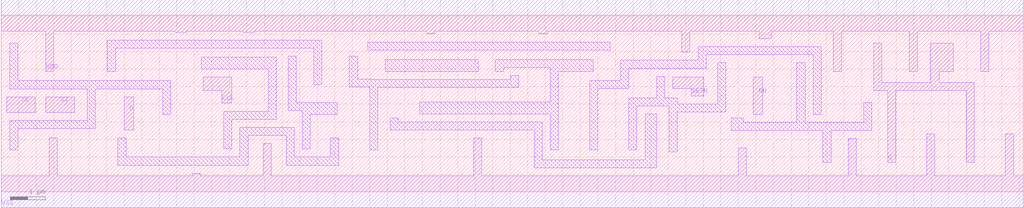
<source format=lef>
# Copyright 2022 GlobalFoundries PDK Authors
#
# Licensed under the Apache License, Version 2.0 (the "License");
# you may not use this file except in compliance with the License.
# You may obtain a copy of the License at
#
#      http://www.apache.org/licenses/LICENSE-2.0
#
# Unless required by applicable law or agreed to in writing, software
# distributed under the License is distributed on an "AS IS" BASIS,
# WITHOUT WARRANTIES OR CONDITIONS OF ANY KIND, either express or implied.
# See the License for the specific language governing permissions and
# limitations under the License.

MACRO gf180mcu_fd_sc_mcu9t5v0__sdffrsnq_4
  CLASS core ;
  FOREIGN gf180mcu_fd_sc_mcu9t5v0__sdffrsnq_4 0.0 0.0 ;
  ORIGIN 0 0 ;
  SYMMETRY X Y ;
  SITE GF018hv5v_green_sc9 ;
  SIZE 29.12 BY 5.04 ;
  PIN D
    DIRECTION INPUT ;
    ANTENNAGATEAREA 0.854 ;
    PORT
      LAYER METAL1 ;
        POLYGON 3.51 1.77 3.77 1.77 3.77 2.71 3.51 2.71  ;
    END
  END D
  PIN RN
    DIRECTION INPUT ;
    ANTENNAGATEAREA 2.123 ;
    PORT
      LAYER METAL1 ;
        POLYGON 21.43 2.215 21.69 2.215 21.69 3.27 21.43 3.27  ;
    END
  END RN
  PIN SE
    DIRECTION INPUT ;
    ANTENNAGATEAREA 1.708 ;
    PORT
      LAYER METAL1 ;
        POLYGON 0.15 2.27 0.97 2.27 0.97 2.71 0.15 2.71  ;
    END
  END SE
  PIN SETN
    DIRECTION INPUT ;
    ANTENNAGATEAREA 1.708 ;
    PORT
      LAYER METAL1 ;
        POLYGON 19.13 2.95 19.655 2.95 19.655 2.74 20.01 2.74 20.01 3.27 19.13 3.27  ;
    END
  END SETN
  PIN SI
    DIRECTION INPUT ;
    ANTENNAGATEAREA 0.854 ;
    PORT
      LAYER METAL1 ;
        POLYGON 1.27 2.27 2.09 2.27 2.09 2.71 1.27 2.71  ;
    END
  END SI
  PIN CLK
    DIRECTION INPUT ;
    USE clock ;
    ANTENNAGATEAREA 1.164 ;
    PORT
      LAYER METAL1 ;
        POLYGON 5.75 2.89 6.28 2.89 6.28 2.53 6.57 2.53 6.57 3.27 5.75 3.27  ;
    END
  END CLK
  PIN Q
    DIRECTION OUTPUT ;
    ANTENNADIFFAREA 3.276 ;
    PORT
      LAYER METAL1 ;
        POLYGON 24.85 2.89 25.25 2.89 25.25 0.845 25.48 0.845 25.48 2.89 27.49 2.89 27.49 0.845 27.72 0.845 27.72 3.12 26.73 3.12 26.73 3.44 27.12 3.44 27.12 4.25 26.47 4.25 26.47 3.12 25.08 3.12 25.08 4.25 24.85 4.25  ;
    END
  END Q
  PIN VDD
    DIRECTION INOUT ;
    USE power ;
    SHAPE ABUTMENT ;
    PORT
      LAYER METAL1 ;
        POLYGON 0 4.59 1.265 4.59 1.265 3.44 1.495 3.44 1.495 4.59 4.95 4.59 4.95 4.56 5.29 4.56 5.29 4.59 6.885 4.59 6.885 4.56 7.225 4.56 7.225 4.59 9.13 4.59 9.57 4.59 9.61 4.59 12.12 4.59 12.12 4.51 12.35 4.51 12.35 4.59 15.32 4.59 15.32 4.51 15.55 4.51 15.55 4.59 17.355 4.59 19.39 4.59 19.39 3.985 19.62 3.985 19.62 4.59 21.595 4.59 21.595 4.375 21.935 4.375 21.935 4.59 23.36 4.59 23.71 4.59 23.71 3.44 23.94 3.44 23.94 4.59 24.8 4.59 25.87 4.59 25.87 3.44 26.1 3.44 26.1 4.59 27.91 4.59 27.91 3.44 28.14 3.44 28.14 4.59 29.12 4.59 29.12 5.49 24.8 5.49 23.36 5.49 17.355 5.49 9.61 5.49 9.57 5.49 9.13 5.49 0 5.49  ;
    END
  END VDD
  PIN VSS
    DIRECTION INOUT ;
    USE ground ;
    SHAPE ABUTMENT ;
    PORT
      LAYER METAL1 ;
        POLYGON 0 -0.45 29.12 -0.45 29.12 0.45 28.84 0.45 28.84 1.65 28.61 1.65 28.61 0.45 26.6 0.45 26.6 1.65 26.37 1.65 26.37 0.45 24.36 0.45 24.36 1.525 24.13 1.525 24.13 0.45 21.22 0.45 21.22 1.255 20.99 1.255 20.99 0.45 13.69 0.45 13.69 1.535 13.46 1.535 13.46 0.45 7.69 0.45 7.69 1.38 7.46 1.38 7.46 0.45 5.675 0.45 5.675 0.53 5.445 0.53 5.445 0.45 1.595 0.45 1.595 1.535 1.365 1.535 1.365 0.45 0 0.45  ;
    END
  END VSS
  OBS
      LAYER METAL1 ;
        POLYGON 0.245 2.94 2.445 2.94 2.445 2.04 0.245 2.04 0.245 1.195 0.475 1.195 0.475 1.81 2.675 1.81 2.675 2.94 4.605 2.94 4.605 2.215 4.835 2.215 4.835 3.17 0.475 3.17 0.475 4.25 0.245 4.25  ;
        POLYGON 5.7 3.5 7.6 3.5 7.6 2.3 6.34 2.3 6.34 1.22 6.57 1.22 6.57 2.07 7.83 2.07 7.83 3.84 5.7 3.84  ;
        POLYGON 3.025 3.44 3.255 3.44 3.255 4.1 8.9 4.1 8.9 3.065 9.13 3.065 9.13 4.33 3.025 4.33  ;
        POLYGON 8.18 2.325 8.58 2.325 8.58 1.22 8.81 1.22 8.81 2.215 9.57 2.215 9.57 2.555 8.41 2.555 8.41 3.87 8.18 3.87  ;
        POLYGON 3.325 0.76 7.03 0.76 7.03 1.61 8.12 1.61 8.12 0.76 9.61 0.76 9.61 1.535 9.38 1.535 9.38 0.99 8.35 0.99 8.35 1.84 6.8 1.84 6.8 0.99 3.555 0.99 3.555 1.535 3.325 1.535  ;
        POLYGON 10.94 3.44 13.59 3.44 13.59 3.78 10.94 3.78  ;
        POLYGON 9.92 2.985 10.5 2.985 10.5 1.195 10.73 1.195 10.73 2.98 14.75 2.98 14.75 3.32 14.52 3.32 14.52 3.21 10.55 3.21 10.55 3.215 10.15 3.215 10.15 3.875 9.92 3.875  ;
        POLYGON 14.08 3.44 14.31 3.44 14.31 3.55 15.64 3.55 15.64 2.565 11.92 2.565 11.92 2.225 15.64 2.225 15.64 1.195 15.87 1.195 15.87 3.44 16.86 3.44 16.86 3.78 14.08 3.78  ;
        POLYGON 10.445 4.05 17.355 4.05 17.355 4.28 10.445 4.28  ;
        POLYGON 11.08 1.765 15.18 1.765 15.18 0.68 18.68 0.68 18.68 2.22 18.34 2.22 18.34 0.91 15.41 0.91 15.41 1.995 11.31 1.995 11.31 2.115 11.08 2.115  ;
        POLYGON 17.88 1.195 18.11 1.195 18.11 2.45 19.03 2.45 19.03 1.145 19.26 1.145 19.26 2.28 20.64 2.28 20.64 3.685 20.41 3.685 20.41 2.51 19.255 2.51 19.255 2.68 18.9 2.68 18.9 3.295 18.67 3.295 18.67 2.68 17.88 2.68  ;
        POLYGON 16.76 1.195 16.99 1.195 16.99 2.945 17.88 2.945 17.88 3.525 20.08 3.525 20.08 3.915 23.13 3.915 23.13 2.215 23.36 2.215 23.36 4.145 19.85 4.145 19.85 3.755 17.65 3.755 17.65 3.175 16.76 3.175  ;
        POLYGON 20.795 1.755 23.41 1.755 23.41 0.845 23.64 0.845 23.64 1.755 24.8 1.755 24.8 2.555 24.57 2.555 24.57 1.985 22.9 1.985 22.9 3.685 22.67 3.685 22.67 1.985 21.135 1.985 21.135 2.11 20.795 2.11  ;
  END
END gf180mcu_fd_sc_mcu9t5v0__sdffrsnq_4

</source>
